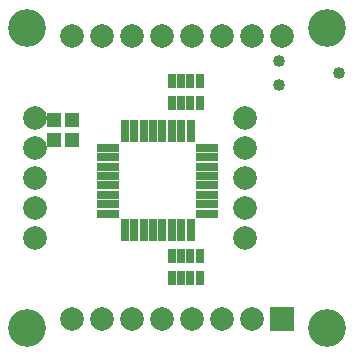
<source format=gbs>
G04 DipTrace 2.3.1.0*
%INminishift_BottomMask.gbs*%
%MOIN*%
%ADD31C,0.04*%
%ADD32C,0.126*%
%ADD38R,0.0472X0.0512*%
%ADD42R,0.0295X0.0453*%
%ADD44R,0.0276X0.0748*%
%ADD46R,0.0748X0.0276*%
%ADD48C,0.0787*%
%ADD50R,0.0787X0.0787*%
%FSLAX44Y44*%
G04*
G70*
G90*
G75*
G01*
%LNBotMask*%
%LPD*%
D50*
X13736Y5512D3*
D48*
X12736D3*
X11736D3*
X10736D3*
X9736D3*
X8736D3*
X7736D3*
X6736D3*
Y14961D3*
X7736D3*
X8736D3*
X9736D3*
X10736D3*
X11736D3*
X12736D3*
X13736D3*
D46*
X11236Y11236D3*
Y10921D3*
Y10606D3*
Y10291D3*
Y9976D3*
Y9661D3*
Y9346D3*
Y9031D3*
D44*
X10685Y8480D3*
X10370D3*
X10055D3*
X9740D3*
X9425D3*
X9110D3*
X8795D3*
X8480D3*
D46*
X7929Y9031D3*
Y9346D3*
Y9661D3*
Y9976D3*
Y10291D3*
Y10606D3*
Y10921D3*
Y11236D3*
D44*
X8480Y11787D3*
X8795D3*
X9110D3*
X9425D3*
X9740D3*
X10055D3*
X10370D3*
X10685D3*
D42*
X10986Y12736D3*
X10671D3*
X10356D3*
X10041D3*
Y13445D3*
X10356D3*
X10671D3*
X10986D3*
X10041Y7611D3*
X10356D3*
X10671D3*
X10986D3*
Y6903D3*
X10671D3*
X10356D3*
X10041D3*
D31*
X15611Y13736D3*
X13611Y13336D3*
Y14136D3*
D48*
X5486Y8236D3*
Y9236D3*
Y10236D3*
Y11236D3*
Y12236D3*
X12486D3*
Y11236D3*
Y10236D3*
Y9236D3*
Y8236D3*
D38*
X6111Y12156D3*
Y11487D3*
X6736Y12156D3*
Y11487D3*
D32*
X15236Y15236D3*
Y5236D3*
X5236D3*
Y15236D3*
M02*

</source>
